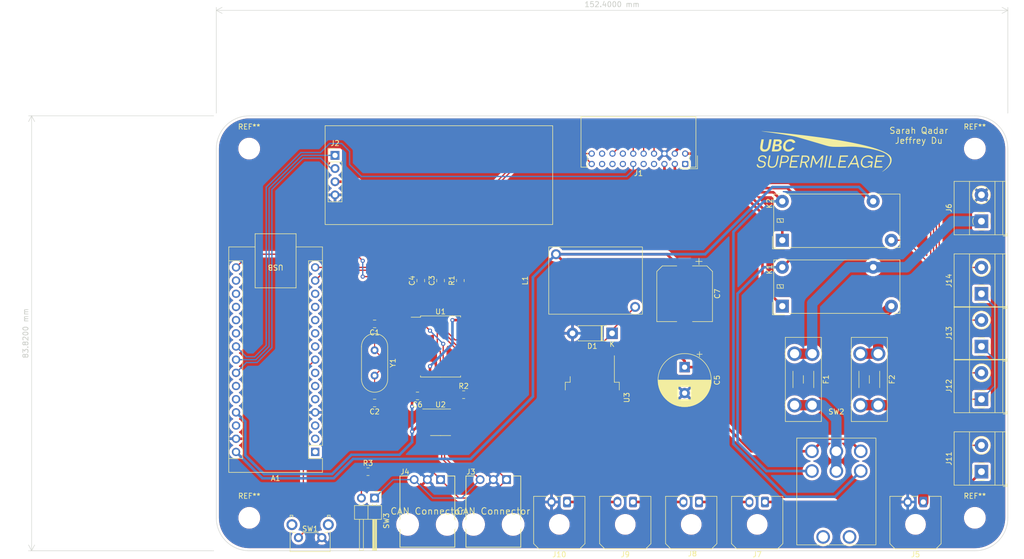
<source format=kicad_pcb>
(kicad_pcb (version 20211014) (generator pcbnew)
  (layers (0 "F.Cu" signal) (31 "B.Cu" signal) (34 "B.Paste" user) (35 "F.Paste" user) (36 "B.SilkS" user "B.Silkscreen") (37 "F.SilkS" user "F.Silkscreen") (38 "B.Mask" user) (39 "F.Mask" user) (44 "Edge.Cuts" user))
  (net 0 "")
  (net 4 "GND")
  (net 8 "Net-(A1-Pad8)")
  (net 12 "CAN_INT")
  (net 13 "CAN_CS")
  (net 14 "MOSI")
  (net 15 "MISO")
  (net 16 "SCK")
  (net 19 "bms11")
  (net 23 "Net-(A1-Pad23)")
  (net 26 "+5V")
  (net 28 "+12V")
  (net 29 "Buck_VIN")
  (net 30 "Net-(D1-Pad1)")
  (net 31 "+48V")
  (net 32 "Net-(A1-Pad24)")
  (net 33 "48V_In")
  (net 35 "bms2")
  (net 36 "bms3")
  (net 37 "bms4")
  (net 38 "bms5")
  (net 40 "bms8")
  (net 42 "bms10")
  (net 43 "bms12")
  (net 47 "bms16")
  (net 50 "CANL")
  (net 51 "CANH")
  (net 52 "Net-(R2-Pad1)")
  (net 53 "C+")
  (net 54 "C-")
  (net 55 "Charge_In")
  (net 56 "Net-(U1-Pad1)")
  (net 57 "Net-(U1-Pad2)")
  (net 64 "Net-(J7-Pad2)")
  (net 65 "Net-(R1-Pad2)")
  (net 66 "Net-(J11-Pad2)")
  (net 67 "Net-(J8-Pad2)")
  (net 71 "Net-(J10-Pad1)")
  (net 72 "Net-(R3-Pad1)")
  (net 73 "Charge")
  (net 74 "Net-(J11-Pad1)")
  (footprint "Connector_Molex:Molex_Micro-Fit_3.0_43650-0200_1x02_P3.00mm_Horizontal" (layer "F.Cu") (at 181.84 125.22 180)
    (fp_text reference "J7")
    (fp_text value "E-Stop")
  )
  (footprint "TerminalBlock_Phoenix:TerminalBlock_Phoenix_MKDS-1,5-2-5.08_1x02_P5.08mm_Horizontal" (layer "F.Cu") (at 223.52 71.12 90)
    (fp_text reference "J6")
    (fp_text value "Battery Connector")
  )
  (footprint "Connector_Molex:Molex_Micro-Fit_3.0_43650-0200_1x02_P3.00mm_Horizontal" (layer "F.Cu") (at 212.32 125.22 180)
    (fp_text reference "J5")
    (fp_text value "Charge Connector")
  )
  (footprint "Module:Arduino_Nano" (layer "F.Cu") (at 95.24 115.57 180)
    (fp_text reference "A1")
    (fp_text value "Arduino_Nano_Every")
  )
  (footprint "TerminalBlock_Phoenix:TerminalBlock_Phoenix_MKDS-1,5-2-5.08_1x02_P5.08mm_Horizontal" (layer "F.Cu") (at 223.52 85.095 90)
    (fp_text reference "J14")
    (fp_text value "Thermistor")
  )
  (footprint "MountingHole:MountingHole_3.2mm_M3" (layer "F.Cu") (at 222.25 128.268106)
    (fp_text reference "REF**")
    (fp_text value "MountingHole_3.2mm_M3")
  )
  (footprint "Capacitor_SMD:C_0805_2012Metric_Pad1.18x1.45mm_HandSolder" (layer "F.Cu") (at 106.68 90.895 180)
    (fp_text reference "C1")
    (fp_text value "C_Small")
  )
  (footprint "Fuse:Fuseholder_Blade_Mini_Keystone_3568" (layer "F.Cu") (at 190.93 96.64 -90)
    (fp_text reference "F1")
    (fp_text value "3A")
  )
  (footprint "Package_SO:SOIC-18W_7.5x11.6mm_P1.27mm" (layer "F.Cu") (at 119.38 95.25)
    (fp_text reference "U1")
    (fp_text value "MCP2515-xSO")
  )
  (footprint "Capacitor_THT:CP_Radial_D10.0mm_P5.00mm" (layer "F.Cu") (at 166.37 99.232323 -90)
    (fp_text reference "C5")
    (fp_text value "100uF")
  )
  (footprint "Connector_Molex:Molex_Micro-Fit_3.0_43650-0200_1x02_P3.00mm_Horizontal" (layer "F.Cu") (at 169.14 125.22 180)
    (fp_text reference "J8")
    (fp_text value "E-Stop")
  )
  (footprint "Resistor_SMD:R_0805_2012Metric_Pad1.20x1.40mm_HandSolder" (layer "F.Cu") (at 123.825 104.5425)
    (fp_text reference "R2")
    (fp_text value "10k")
  )
  (footprint "Connector_Molex:Molex_Micro-Fit_3.0_43650-0200_1x02_P3.00mm_Horizontal" (layer "F.Cu") (at 143.74 125.22 180)
    (fp_text reference "J10")
    (fp_text value "E-Stop")
  )
  (footprint "Relay_THT:Relay_1P1T_NO_10x24x18.8mm_Panasonic_ADW11xxxxW_THT" (layer "F.Cu") (at 185.1725 74.7775 90)
    (fp_text reference "K2")
    (fp_text value "Contactor_Relay")
  )
  (footprint "TerminalBlock_Phoenix:TerminalBlock_Phoenix_MKDS-1,5-2-5.08_1x02_P5.08mm_Horizontal" (layer "F.Cu") (at 223.52 105.41 90)
    (fp_text reference "J12")
    (fp_text value "Thermistor")
  )
  (footprint "Capacitor_SMD:C_0805_2012Metric_Pad1.18x1.45mm_HandSolder" (layer "F.Cu") (at 119.38 82.55 90)
    (fp_text reference "C3")
    (fp_text value "0.1uF")
  )
  (footprint "Diode_THT:D_DO-41_SOD81_P7.62mm_Horizontal" (layer "F.Cu") (at 152.4 92.71 180)
    (fp_text reference "D1")
    (fp_text value "D_Schottky")
  )
  (footprint "Connector_PinHeader_2.54mm:PinHeader_1x02_P2.54mm_Horizontal" (layer "F.Cu") (at 106.68 124.46 -90)
    (fp_text reference "SW3")
    (fp_text value "CAN_TERM")
  )
  (footprint "Connector_Molex:Molex_Micro-Fit_3.0_43650-0200_1x02_P3.00mm_Horizontal" (layer "F.Cu") (at 156.44 125.22 180)
    (fp_text reference "J9")
    (fp_text value "E-Stop")
  )
  (footprint "Crystal:Crystal_HC49-U_Vertical" (layer "F.Cu") (at 106.68 95.975 -90)
    (fp_text reference "Y1")
    (fp_text value "8MHz")
  )
  (footprint "Capacitor_SMD:CP_Elec_10x10.5" (layer "F.Cu") (at 166.37 85.09 -90)
    (fp_text reference "C7")
    (fp_text value "330uF")
  )
  (footprint "BMS_Custom_Footprints:molex-sl-1x03-horizontal" (layer "F.Cu") (at 116.84 127)
    (fp_text reference "J4")
    (fp_text value "CAN Connector")
  )
  (footprint "TerminalBlock_Phoenix:TerminalBlock_Phoenix_MKDS-1,5-2-5.08_1x02_P5.08mm_Horizontal" (layer "F.Cu") (at 223.52 119.38 90)
    (fp_text reference "J11")
    (fp_text value "Contactor Connector")
  )
  (footprint "BMS_Custom_Footprints:Toggle_Switch_M2022S2A2W30" (layer "F.Cu") (at 195.58 115.443)
    (fp_text reference "SW2")
    (fp_text value "SW_DPDT_x2")
  )
  (footprint "BMS_Custom_Footprints:molex-sl-1x03-horizontal" (layer "F.Cu") (at 129.54 127)
    (fp_text reference "J3")
    (fp_text value "CAN Connector")
  )
  (footprint "TerminalBlock_Phoenix:TerminalBlock_Phoenix_MKDS-1,5-2-5.08_1x02_P5.08mm_Horizontal" (layer "F.Cu") (at 223.52 95.25 90)
    (fp_text reference "J13")
    (fp_text value "Thermistor")
  )
  (footprint "Package_SO:SOIC-8_3.9x4.9mm_P1.27mm" (layer "F.Cu") (at 119.38 109.855)
    (fp_text reference "U2")
    (fp_text value "MCP2551-I-SN")
  )
  (footprint "BMS_Custom_Footprints:OLED_Header" (layer "F.Cu") (at 99.06 58.42)
    (fp_text reference "J2")
    (fp_text value "OLED Header")
  )
  (footprint "Resistor_SMD:R_0805_2012Metric_Pad1.20x1.40mm_HandSolder" (layer "F.Cu") (at 105.41 119.38)
    (fp_text reference "R3")
    (fp_text value "120")
  )
  (footprint "Connector_JST:JST_PHD_S20B-PHDSS_2x10_P2.00mm_Horizontal" (layer "F.Cu") (at 166.48 60.08 180)
    (fp_text reference "J1")
    (fp_text value "BMS IO")
  )
  (footprint "Resistor_SMD:R_0805_2012Metric_Pad1.20x1.40mm_HandSolder" (layer "F.Cu") (at 123.19 82.55 90)
    (fp_text reference "R1")
    (fp_text value "10k")
  )
  (footprint "BMS_Custom_Footprints:PE-552647NL" (layer "F.Cu") (at 148.59 82.55 90)
    (fp_text reference "L1")
    (fp_text value "330uH")
  )
  (footprint "Button_Switch_THT:SW_Tactile_SPST_Angled_PTS645Vx31-2LFS" (layer "F.Cu") (at 96.52 132.08 180)
    (fp_text reference "SW1")
    (fp_text value "SW_SPST")
  )
  (footprint "MountingHole:MountingHole_3.2mm_M3" (layer "F.Cu") (at 222.25 57.118674)
    (fp_text reference "REF**")
    (fp_text value "MountingHole_3.2mm_M3")
  )
  (footprint "MountingHole:MountingHole_3.2mm_M3" (layer "F.Cu") (at 82.533637 57.118674)
    (fp_text reference "REF**")
    (fp_text value "MountingHole_3.2mm_M3")
  )
  (footprint "Capacitor_SMD:C_0805_2012Metric_Pad1.18x1.45mm_HandSolder" (layer "F.Cu") (at 115.57 82.55 90)
    (fp_text reference "C4")
    (fp_text value "10uF")
  )
  (footprint "LOGO" (layer "F.Cu") (at 193.04 58.42)
    (fp_text reference "G***")
    (fp_text value "LOGO" hide)
  )
  (footprint "Relay_THT:Relay_1P1T_NO_10x24x18.8mm_Panasonic_ADW11xxxxW_THT" (layer "F.Cu") (at 185.1725 87.4775 90)
    (fp_text reference "K1")
    (fp_text value "Charge_Relay")
  )
  (footprint "Capacitor_SMD:C_0805_2012Metric_Pad1.18x1.45mm_HandSolder" (layer "F.Cu") (at 114.935 104.775 180)
    (fp_text reference "C6")
    (fp_text value "0.1uF")
  )
  (footprint "MountingHole:MountingHole_3.2mm_M3" (layer "F.Cu") (at 82.55 128.27)
    (fp_text reference "REF**")
    (fp_text value "MountingHole_3.2mm_M3")
  )
  (footprint "Fuse:Fuseholder_Blade_Mini_Keystone_3568" (layer "F.Cu") (at 203.63 96.64 -90)
    (fp_text reference "F2")
    (fp_text value "7A")
  )
  (footprint "Capacitor_SMD:C_0805_2012Metric_Pad1.18x1.45mm_HandSolder" (layer "F.Cu") (at 106.68 106.135 180)
    (fp_text reference "C2")
    (fp_text value "C_Small")
  )
  (footprint "Package_TO_SOT_SMD:TO-263-5_TabPin3" (layer "F.Cu") (at 148.59 105.095 -90)
    (fp_text reference "U3")
    (fp_text value "LM2575HVS-12/NOPB")
  )
  (gr_line (start 76.2 57.15) (end 76.2 128.27) (layer "Edge.Cuts") (width 0.1))
  (gr_arc (start 76.2 57.15) (mid 78.059872 52.659872) (end 82.55 50.8) (layer "Edge.Cuts") (width 0.1))
  (gr_arc (start 228.6 128.27) (mid 226.740128 132.760128) (end 222.25 134.62) (layer "Edge.Cuts") (width 0.1))
  (gr_line (start 222.25 50.8) (end 82.55 50.8) (layer "Edge.Cuts") (width 0.1))
  (gr_arc (start 222.25 50.8) (mid 226.740128 52.659872) (end 228.6 57.15) (layer "Edge.Cuts") (width 0.1))
  (gr_line (start 82.55 134.62) (end 222.25 134.62) (layer "Edge.Cuts") (width 0.1))
  (gr_arc (start 82.55 134.62) (mid 78.059872 132.760128) (end 76.2 128.27) (layer "Edge.Cuts") (width 0.1))
  (gr_line (start 228.6 128.27) (end 228.6 57.15) (layer "Edge.Cuts") (width 0.1))
  (gr_text "Sarah Qadar\nJeffrey Du" (at 211.455 54.61) (layer "F.SilkS") (effects (font (size 1.2 1.2))))
  (dimension (type aligned) (layer "Edge.Cuts") (pts (xy 76.2 50.8) (xy 228.6 50.8)) (height -20.32) (gr_text "152.4000 mm" (at 152.4 29.33) (layer "Edge.Cuts") (effects (font (size 1 1) (thickness 0.15)))) (format (units 3) (units_format 1) (precision 4)) (style (thickness 0.1) (arrow_length 1.27) (text_position_mode 0) (extension_height 0.58642) (extension_offset 0.5) keep_text_aligned))
  (dimension (type aligned) (layer "Edge.Cuts") (pts (xy 76.2 50.8) (xy 76.2 134.62)) (height 35.559999) (gr_text "83.8200 mm" (at 39.490001 92.71 90) (layer "Edge.Cuts") (effects (font (size 1 1) (thickness 0.15)))) (format (units 3) (units_format 1) (precision 4)) (style (thickness 0.1) (arrow_length 1.27) (text_position_mode 0) (extension_height 0.58642) (extension_offset 0.5) keep_text_aligned))
  (segment (start 115.57 81.5125) (end 119.38 81.5125) (width 0.5) (layer "F.Cu") (net 4))
  (segment (start 92.02 132.08) (end 92.964 131.136) (width 0.25) (layer "F.Cu") (net 8))
  (segment (start 92.964 131.136) (end 92.964 100.066) (width 0.25) (layer "F.Cu") (net 8))
  (segment (start 92.964 100.066) (end 95.24 97.79) (width 0.25) (layer "F.Cu") (net 8))
  (segment (start 97.23 80.56) (end 105.690182 80.56) (width 0.25) (layer "F.Cu") (net 14))
  (segment (start 95.24 82.55) (end 97.23 80.56) (width 0.25) (layer "F.Cu") (net 14))
  (segment (start 119.846 92.429817) (end 122.666182 95.25) (width 0.25) (layer "F.Cu") (net 14))
  (segment (start 111.532182 86.402) (end 117.628182 86.402) (width 0.25) (layer "F.Cu") (net 14))
  (segment (start 105.690182 80.56) (end 111.532182 86.402) (width 0.25) (layer "F.Cu") (net 14))
  (segment (start 122.666182 95.25) (end 124.03 95.25) (width 0.25) (layer "F.Cu") (net 14))
  (segment (start 119.846 88.619818) (end 119.846 92.429817) (width 0.25) (layer "F.Cu") (net 14))
  (segment (start 117.628182 86.402) (end 119.846 88.619818) (width 0.25) (layer "F.Cu") (net 14))
  (segment (start 117.856 85.852) (end 111.76 85.852) (width 0.25) (layer "F.Cu") (net 15))
  (segment (start 120.396 92.202) (end 120.396 88.392) (width 0.25) (layer "F.Cu") (net 15))
  (segment (start 111.76 85.852) (end 105.918 80.01) (width 0.25) (layer "F.Cu") (net 15))
  (segment (start 122.174 93.98) (end 120.396 92.202) (width 0.25) (layer "F.Cu") (net 15))
  (segment (start 120.396 88.392) (end 117.856 85.852) (width 0.25) (layer "F.Cu") (net 15))
  (segment (start 124.03 93.98) (end 122.174 93.98) (width 0.25) (layer "F.Cu") (net 15))
  (segment (start 105.918 80.01) (end 95.24 80.01) (width 0.25) (layer "F.Cu") (net 15))
  (segment (start 119.296 92.657634) (end 119.296 88.847636) (width 0.25) (layer "F.Cu") (net 16))
  (segment (start 111.304364 86.952) (end 106.140364 81.788) (width 0.25) (layer "F.Cu") (net 16))
  (segment (start 117.400364 86.952) (end 111.304364 86.952) (width 0.25) (layer "F.Cu") (net 16))
  (segment (start 123.158365 96.52) (end 119.296 92.657634) (width 0.25) (layer "F.Cu") (net 16))
  (segment (start 106.140364 81.788) (end 104.394 81.788) (width 0.25) (layer "F.Cu") (net 16))
  (segment (start 80 80.01) (end 82.54 77.47) (width 0.25) (layer "F.Cu") (net 16))
  (segment (start 119.296 88.847636) (end 117.400364 86.952) (width 0.25) (layer "F.Cu") (net 16))
  (segment (start 82.54 77.47) (end 103.124 77.47) (width 0.25) (layer "F.Cu") (net 16))
  (segment (start 124.03 96.52) (end 123.158365 96.52) (width 0.25) (layer "F.Cu") (net 16))
  (segment (start 103.124 77.47) (end 104.394 78.74) (width 0.25) (layer "F.Cu") (net 16))
  (via (at 104.394 78.74) (size 0.8) (drill 0.4) (layers "F.Cu" "B.Cu") (net 16))
  (via (at 104.394 81.788) (size 0.8) (drill 0.4) (layers "F.Cu" "B.Cu") (net 16))
  (segment (start 104.394 78.74) (end 104.394 81.788) (width 0.25) (layer "B.Cu") (net 16))
  (segment (start 85.81 64.542183) (end 85.81 92.498) (width 0.25) (layer "B.Cu") (net 19))
  (segment (start 81.99 97.24) (end 83.592182 97.24) (width 0.25) (layer "B.Cu") (net 19))
  (segment (start 100.33 56.134) (end 98.002 56.134) (width 0.25) (layer "B.Cu") (net 19))
  (segment (start 101.854 60.198) (end 101.854 57.658) (width 0.25) (layer "B.Cu") (net 19))
  (segment (start 101.854 57.658) (end 100.33 56.134) (width 0.25) (layer "B.Cu") (net 19))
  (segment (start 155.194 62.484) (end 104.14 62.484) (width 0.25) (layer "B.Cu") (net 19))
  (segment (start 156.48 61.198) (end 155.194 62.484) (width 0.25) (layer "B.Cu") (net 19))
  (segment (start 80 95.25) (end 81.99 97.24) (width 0.25) (layer "B.Cu") (net 19))
  (segment (start 85.81 95.022182) (end 85.81 92.498) (width 0.25) (layer "B.Cu") (net 19))
  (segment (start 92.482182 57.87) (end 85.81 64.542183) (width 0.25) (layer "B.Cu") (net 19))
  (segment (start 104.14 62.484) (end 101.854 60.198) (width 0.25) (layer "B.Cu") (net 19))
  (segment (start 98.002 56.134) (end 96.266 57.87) (width 0.25) (layer "B.Cu") (net 19))
  (segment (start 96.266 57.87) (end 92.482182 57.87) (width 0.25) (layer "B.Cu") (net 19))
  (segment (start 85.81 92.498) (end 85.81 93.768) (width 0.25) (layer "B.Cu") (net 19))
  (segment (start 156.48 60.08) (end 156.48 61.198) (width 0.25) (layer "B.Cu") (net 19))
  (segment (start 83.592182 97.24) (end 85.81 95.022182) (width 0.25) (layer "B.Cu") (net 19))
  (segment (start 92.71 58.42) (end 86.36 64.77) (width 0.25) (layer "B.Cu") (net 23))
  (segment (start 99.06 58.42) (end 92.71 58.42) (width 0.25) (layer "B.Cu") (net 23))
  (segment (start 86.36 95.25) (end 83.82 97.79) (width 0.25) (layer "B.Cu") (net 23))
  (segment (start 83.82 97.79) (end 80 97.79) (width 0.25) (layer "B.Cu") (net 23))
  (segment (start 86.36 64.77) (end 86.36 95.25) (width 0.25) (layer "B.Cu") (net 23))
  (segment (start 115.062 110.49) (end 113.8975 111.6545) (width 0.5) (layer "F.Cu") (net 26))
  (segment (start 115.57 83.5875) (end 112.7975 83.5875) (width 0.5) (layer "F.Cu") (net 26))
  (segment (start 112.7975 83.5875) (end 107.95 78.74) (width 0.5) (layer "F.Cu") (net 26))
  (segment (start 124.03 90.17) (end 121.666 90.17) (width 0.5) (layer "F.Cu") (net 26))
  (segment (start 116.905 110.49) (end 115.062 110.49) (width 0.5) (layer "F.Cu") (net 26))
  (segment (start 117.348 100.838) (end 117.348 99.06) (width 0.5) (layer "F.Cu") (net 26))
  (segment (start 107.95 68.072) (end 107.95 78.74) (width 0.5) (layer "F.Cu") (net 26))
  (segment (start 113.8975 104.2885) (end 117.348 100.838) (width 0.5) (layer "F.Cu") (net 26))
  (segment (start 115.57 83.5875) (end 119.38 83.5875) (width 0.5) (layer "F.Cu") (net 26))
  (segment (start 123.1525 83.5875) (end 123.19 83.55) (width 0.5) (layer "F.Cu") (net 26))
  (segment (start 125.46 83.55) (end 127 85.09) (width 0.5) (layer "F.Cu") (net 26))
  (segment (start 125.73 90.17) (end 127 88.9) (width 0.5) (layer "F.Cu") (net 26))
  (segment (start 124.03 90.17) (end 125.73 90.17) (width 0.5) (layer "F.Cu") (net 26))
  (segment (start 119.38 83.5875) (end 123.1525 83.5875) (width 0.5) (layer "F.Cu") (net 26))
  (segment (start 123.19 83.55) (end 125.46 83.55) (width 0.5) (layer "F.Cu") (net 26))
  (segment (start 99.06 63.5) (end 103.378 63.5) (width 0.5) (layer "F.Cu") (net 26))
  (segment (start 113.8975 104.775) (end 113.8975 106.8285) (width 0.5) (layer "F.Cu") (net 26))
  (segment (start 103.378 63.5) (end 107.95 68.072) (width 0.5) (layer "F.Cu") (net 26))
  (segment (start 127 88.9) (end 127 85.09) (width 0.5) (layer "F.Cu") (net 26))
  (segment (start 113.8975 104.775) (end 113.8975 104.2885) (width 0.5) (layer "F.Cu") (net 26))
  (via (at 121.666 90.17) (size 0.8) (drill 0.4) (layers "F.Cu" "B.Cu") (net 26))
  (via (at 117.348 99.06) (size 0.8) (drill 0.4) (layers "F.Cu" "B.Cu") (net 26))
  (via (at 113.8975 111.6545) (size 0.8) (drill 0.4) (layers "F.Cu" "B.Cu") (net 26))
  (via (at 113.8975 106.8285) (size 0.8) (drill 0.4) (layers "F.Cu" "B.Cu") (net 26))
  (segment (start 121.666 94.742) (end 117.348 99.06) (width 0.5) (layer "B.Cu") (net 26))
  (segment (start 80 107.95) (end 81.788 109.738) (width 0.5) (layer "B.Cu") (net 26))
  (segment (start 111.464 116.12) (end 102.20463 116.12) (width 0.5) (layer "B.Cu") (net 26))
  (segment (start 113.8975 106.8285) (end 113.8975 111.6545) (width 0.5) (layer "B.Cu") (net 26))
  (segment (start 113.8975 111.6545) (end 113.8975 113.6865) (width 0.5) (layer "B.Cu") (net 26))
  (segment (start 121.666 90.17) (end 121.666 94.742) (width 0.5) (layer "B.Cu") (net 26))
  (segment (start 98.494315 119.830315) (end 102.20463 116.12) (width 0.5) (layer "B.Cu") (net 26))
  (segment (start 81.788 109.738) (end 81.788 116.22663) (width 0.5) (layer "B.Cu") (net 26))
  (segment (start 85.391685 119.830315) (end 98.494315 119.830315) (width 0.5) (layer "B.Cu") (net 26))
  (segment (start 113.8975 113.6865) (end 111.464 116.12) (width 0.5) (layer "B.Cu") (net 26))
  (segment (start 81.788 116.22663) (end 85.391685 119.830315) (width 0.5) (layer "B.Cu") (net 26))
  (segment (start 141.605 77.47) (end 162.95 77.47) (width 0.5) (layer "F.Cu") (net 28))
  (segment (start 146.89 82.755) (end 141.605 77.47) (width 0.5) (layer "F.Cu") (net 28))
  (segment (start 162.95 77.47) (end 166.37 80.89) (width 0.5) (layer "F.Cu") (net 28))
  (segment (start 146.89 99.32) (end 146.89 82.755) (width 0.5) (layer "F.Cu") (net 28))
  (segment (start 80 115.57) (end 85.08 120.65) (width 0.5) (layer "B.Cu") (net 28))
  (segment (start 183.272629 64.516) (end 170.31863 77.47) (width 0.5) (layer "B.Cu") (net 28))
  (segment (start 102.536 116.92) (end 125.142 116.92) (width 0.5) (layer "B.Cu") (net 28))
  (segment (start 98.806 120.65) (end 102.536 116.92) (width 0.5) (layer "B.Cu") (net 28))
  (segment (start 137.16 81.915) (end 141.605 77.47) (width 0.5) (layer "B.Cu") (net 28))
  (segment (start 202.6725 67.2775) (end 199.911 64.516) (width 0.5) (layer "B.Cu") (net 28))
  (segment (start 170.31863 77.47) (end 141.605 77.47) (width 0.5) (layer "B.Cu") (net 28))
  (segment (start 137.16 104.902) (end 137.16 81.915) (width 0.5) (layer "B.Cu") (net 28))
  (segment (start 199.911 64.516) (end 183.272629 64.516) (width 0.5) (layer "B.Cu") (net 28))
  (segment (start 125.142 116.92) (end 137.16 104.902) (width 0.5) (layer "B.Cu") (net 28))
  (segment (start 85.08 120.65) (end 98.806 120.65) (width 0.5) (layer "B.Cu") (net 28))
  (segment (start 193.294 113.03) (end 197.866 113.03) (width 0.5) (layer "F.Cu") (net 29))
  (segment (start 173.482 109.728) (end 179.197 115.443) (width 0.5) (layer "F.Cu") (net 29))
  (segment (start 151.99 96.93) (end 153.924 94.996) (width 0.5) (layer "F.Cu") (net 29))
  (segment (start 169.336323 99.232323) (end 173.482 103.378) (width 0.5) (layer "F.Cu") (net 29))
  (segment (start 163.322 94.996) (end 166.37 98.044) (width 0.5) (layer "F.Cu") (net 29))
  (segment (start 179.197 115.443) (end 190.881 115.443) (width 0.5) (layer "F.Cu") (net 29))
  (segment (start 173.482 103.378) (end 173.482 109.728) (width 0.5) (layer "F.Cu") (net 29))
  (segment (start 197.866 113.03) (end 200.279 115.443) (width 0.5) (layer "F.Cu") (net 29))
  (segment (start 166.37 98.044) (end 166.37 99.232323) (width 0.5) (layer "F.Cu") (net 29))
  (segment (start 153.924 94.996) (end 163.322 94.996) (width 0.5) (layer "F.Cu") (net 29))
  (segment (start 166.37 99.232323) (end 169.336323 99.232323) (width 0.5) (layer "F.Cu") (net 29))
  (segment (start 190.881 115.443) (end 193.294 113.03) (width 0.5) (layer "F.Cu") (net 29))
  (segment (start 151.99 99.32) (end 151.99 96.93) (width 0.5) (layer "F.Cu") (net 29))
  (segment (start 150.29 94.82) (end 152.4 92.71) (width 0.25) (layer "F.Cu") (net 30))
  (segment (start 150.29 99.32) (end 150.29 94.82) (width 0.25) (layer "F.Cu") (net 30))
  (segment (start 156.845 87.63) (end 152.4 92.075) (width 0.25) (layer "F.Cu") (net 30))
  (segment (start 152.4 92.075) (end 152.4 92.71) (width 0.25) (layer "F.Cu") (net 30))
  (segment (start 187.53 96.64) (end 190.93 96.64) (width 2) (layer "F.Cu") (net 31))
  (segment (start 209.0745 79.9775) (end 202.6725 79.9775) (width 2) (layer "B.Cu") (net 31))
  (segment (start 190.93 86.946) (end 197.8985 79.9775) (width 2) (layer "B.Cu") (net 31))
  (segment (start 217.932 71.12) (end 209.0745 79.9775) (width 2) (layer "B.Cu") (net 31))
  (segment (start 190.93 96.64) (end 190.93 86.946) (width 2) (layer "B.Cu") (net 31))
  (segment (start 197.8985 79.9775) (end 202.6725 79.9775) (width 2) (layer "B.Cu") (net 31))
  (segment (start 223.52 71.12) (end 217.932 71.12) (width 2) (layer "B.Cu") (net 31))
  (segment (start 98.298 60.96) (end 96.308 58.97) (width 0.25) (layer "B.Cu") (net 32))
  (segment (start 80 100.33) (end 81.99 98.34) (width 0.25) (layer "B.Cu") (net 32))
  (segment (start 99.06 60.96) (end 98.298 60.96) (width 0.25) (layer "B.Cu") (net 32))
  (segment (start 86.91 64.997818) (end 86.91 95.477817) (width 0.25) (layer "B.Cu") (net 32))
  (segment (start 92.937818 58.97) (end 86.91 64.997818) (width 0.25) (layer "B.Cu") (net 32))
  (segment (start 81.99 98.34) (end 84.047818 98.34) (width 0.25) (layer "B.Cu") (net 32))
  (segment (start 84.047818 98.34) (end 86.91 95.477818) (width 0.25) (layer "B.Cu") (net 32))
  (segment (start 96.308 58.97) (end 92.937818 58.97) (width 0.25) (layer "B.Cu") (net 32))
  (segment (start 187.53 106.56) (end 190.93 106.56) (width 2) (layer "F.Cu") (net 33))
  (segment (start 195.58 109.22) (end 195.58 115.443) (width 2) (layer "B.Cu") (net 33))
  (segment (start 195.58 115.443) (end 195.58 119.253) (width 2) (layer "B.Cu") (net 33))
  (segment (start 190.93 106.56) (end 192.92 106.56) (width 2) (layer "B.Cu") (net 33))
  (segment (start 192.92 106.56) (end 195.58 109.22) (width 2) (layer "B.Cu") (net 33))
  (segment (start 171.158 60.922) (end 174.82937 60.922) (width 0.5) (layer "F.Cu") (net 35))
  (segment (start 183.427 65.532) (end 185.1725 67.2775) (width 0.5) (layer "F.Cu") (net 35))
  (segment (start 168.316 58.08) (end 171.158 60.922) (width 0.5) (layer "F.Cu") (net 35))
  (segment (start 174.82937 60.922) (end 179.43937 65.532) (width 0.5) (layer "F.Cu") (net 35))
  (segment (start 179.43937 65.532) (end 183.427 65.532) (width 0.5) (layer "F.Cu") (net 35))
  (segment (start 166.48 58.08) (end 168.316 58.08) (width 0.5) (layer "F.Cu") (net 35))
  (segment (start 175.768 114.046) (end 175.768 73.152) (width 0.5) (layer "B.Cu") (net 35))
  (segment (start 185.928 124.206) (end 175.768 114.046) (width 0.5) (layer "B.Cu") (net 35))
  (segment (start 200.279 119.253) (end 195.326 124.206) (width 0.5) (layer "B.Cu") (net 35))
  (segment (start 181.6425 67.2775) (end 185.1725 67.2775) (width 0.5) (layer "B.Cu") (net 35))
  (segment (start 175.768 73.152) (end 181.6425 67.2775) (width 0.5) (layer "B.Cu") (net 35))
  (segment (start 195.326 124.206) (end 185.928 124.206) (width 0.5) (layer "B.Cu") (net 35))
  (segment (start 164.48 60.08) (end 164.48 61.102) (width 0.5) (layer "F.Cu") (net 36))
  (segment (start 185.1725 72.3965) (end 185.1725 74.7775) (width 0.5) (layer "F.Cu") (net 36))
  (segment (start 164.48 61.102) (end 165.1 61.722) (width 0.5) (layer "F.Cu") (net 36))
  (segment (start 174.498 61.722) (end 185.1725 72.3965) (width 0.5) (layer "F.Cu") (net 36))
  (segment (start 165.1 61.722) (end 174.498 61.722) (width 0.5) (layer "F.Cu") (net 36))
  (segment (start 175.16074 60.122) (end 171.48937 60.122) (width 0.5) (layer "F.Cu") (net 37))
  (segment (start 168.00937 56.642) (end 165.608 56.642) (width 0.5) (layer "F.Cu") (net 37))
  (segment (start 189.484 68.072) (end 186.144 64.732) (width 0.5) (layer "F.Cu") (net 37))
  (segment (start 164.48 57.77) (end 164.48 58.08) (width 0.5) (layer "F.Cu") (net 37))
  (segment (start 189.484 75.666) (end 189.484 68.072) (width 0.5) (layer "F.Cu") (net 37))
  (segment (start 185.1725 79.9775) (end 189.484 75.666) (width 0.5) (layer "F.Cu") (net 37))
  (segment (start 186.144 64.732) (end 179.77074 64.732) (width 0.5) (layer "F.Cu") (net 37))
  (segment (start 165.608 56.642) (end 164.48 57.77) (width 0.5) (layer "F.Cu") (net 37))
  (segment (start 171.48937 60.122) (end 168.00937 56.642) (width 0.5) (layer "F.Cu") (net 37))
  (segment (start 179.77074 64.732) (end 175.16074 60.122) (width 0.5) (layer "F.Cu") (net 37))
  (segment (start 190.881 119.253) (end 182.10637 119.253) (width 0.5) (layer "B.Cu") (net 37))
  (segment (start 182.10637 119.253) (end 176.568 113.71463) (width 0.5) (layer "B.Cu") (net 37))
  (segment (start 181.6425 79.9775) (end 185.1725 79.9775) (width 0.5) (layer "B.Cu") (net 37))
  (segment (start 176.568 113.71463) (end 176.568 85.052) (width 0.5) (layer "B.Cu") (net 37))
  (segment (start 176.568 85.052) (end 181.6425 79.9775) (width 0.5) (layer "B.Cu") (net 37))
  (segment (start 162.48 60.08) (end 162.48 61.134) (width 0.5) (layer "F.Cu") (net 38))
  (segment (start 181.356 83.661) (end 185.1725 87.4775) (width 0.5) (layer "F.Cu") (net 38))
  (segment (start 174.16663 62.522) (end 181.356 69.71137) (width 0.5) (layer "F.Cu") (net 38))
  (segment (start 163.868 62.522) (end 174.16663 62.522) (width 0.5) (layer "F.Cu") (net 38))
  (segment (start 162.48 61.134) (end 163.868 62.522) (width 0.5) (layer "F.Cu") (net 38))
  (segment (start 181.356 69.71137) (end 181.356 83.661) (width 0.5) (layer "F.Cu") (net 38))
  (segment (start 160.48 56.562) (end 162.56 54.482) (width 0.25) (layer "F.Cu") (net 40))
  (segment (start 213.742 59.357454) (end 213.742 100.966) (width 0.25) (layer "F.Cu") (net 40))
  (segment (start 160.48 58.08) (end 160.48 56.562) (width 0.25) (layer "F.Cu") (net 40))
  (segment (start 218.186 105.41) (end 223.52 105.41) (width 0.25) (layer "F.Cu") (net 40))
  (segment (start 208.866546 54.482) (end 213.742 59.357454) (width 0.25) (layer "F.Cu") (net 40))
  (segment (start 213.742 100.966) (end 218.186 105.41) (width 0.25) (layer "F.Cu") (net 40))
  (segment (start 162.56 54.482) (end 208.866546 54.482) (width 0.25) (layer "F.Cu") (net 40))
  (segment (start 226.06 97.79) (end 226.06 87.635) (width 0.25) (layer "B.Cu") (net 40))
  (segment (start 223.52 105.41) (end 226.06 102.87) (width 0.25) (layer "B.Cu") (net 40))
  (segment (start 226.06 102.87) (end 226.06 97.79) (width 0.25) (layer "B.Cu") (net 40))
  (segment (start 226.06 87.635) (end 223.52 85.095) (width 0.25) (layer "B.Cu") (net 40))
  (segment (start 223.52 95.25) (end 226.06 97.79) (width 0.25) (layer "B.Cu") (net 40))
  (segment (start 214.292 96.436) (end 218.186 100.33) (width 0.25) (layer "F.Cu") (net 42))
  (segment (start 158.48 58.08) (end 158.48 56.234) (width 0.25) (layer "F.Cu") (net 42))
  (segment (start 214.292 59.129636) (end 214.292 96.436) (width 0.25) (layer "F.Cu") (net 42))
  (segment (start 209.094364 53.932) (end 214.292 59.129636) (width 0.25) (layer "F.Cu") (net 42))
  (segment (start 218.186 100.33) (end 223.52 100.33) (width 0.25) (layer "F.Cu") (net 42))
  (segment (start 158.48 56.234) (end 160.782 53.932) (width 0.25) (layer "F.Cu") (net 42))
  (segment (start 160.782 53.932) (end 209.094364 53.932) (width 0.25) (layer "F.Cu") (net 42))
  (segment (start 156.48 55.906) (end 159.004 53.382) (width 0.25) (layer "F.Cu") (net 43))
  (segment (start 214.842 86.826) (end 218.186 90.17) (width 0.25) (layer "F.Cu") (net 43))
  (segment (start 218.186 90.17) (end 223.52 90.17) (width 0.25) (layer "F.Cu") (net 43))
  (segment (start 156.48 58.08) (end 156.48 55.906) (width 0.25) (layer "F.Cu") (net 43))
  (segment (start 214.842 58.901818) (end 214.842 86.826) (width 0.25) (layer "F.Cu") (net 43))
  (segment (start 159.004 53.382) (end 209.322182 53.382) (width 0.25) (layer "F.Cu") (net 43))
  (segment (start 209.322182 53.382) (end 214.842 58.901818) (width 0.25) (layer "F.Cu") (net 43))
  (segment (start 215.392 77.216) (end 218.191 80.015) (width 0.25) (layer "F.Cu") (net 47))
  (segment (start 152.48 58.08) (end 157.728 52.832) (width 0.25) (layer "F.Cu") (net 47))
  (segment (start 157.728 52.832) (end 209.55 52.832) (width 0.25) (layer "F.Cu") (net 47))
  (segment (start 218.191 80.015) (end 223.52 80.015) (width 0.25) (layer "F.Cu") (net 47))
  (segment (start 215.392 58.674) (end 215.392 77.216) (width 0.25) (layer "F.Cu") (net 47))
  (segment (start 209.55 52.832) (end 215.392 58.674) (width 0.25) (layer "F.Cu") (net 47))
  (segment (start 130.344 64.108818) (end 135.822818 58.63) (width 0.25) (layer "F.Cu") (net 50))
  (segment (start 128.525 124.46) (end 132.08 120.905) (width 0.25) (layer "F.Cu") (net 50))
  (segment (start 123.205818 110.49) (end 130.344 103.351817) (width 0.25) (layer "F.Cu") (net 50))
  (segment (start 147.03 58.63) (end 148.48 60.08) (width 0.25) (layer "F.Cu") (net 50))
  (segment (start 135.822818 58.63) (end 147.03 58.63) (width 0.25) (layer "F.Cu") (net 50))
  (segment (start 122.935 124.46) (end 128.525 124.46) (width 0.25) (layer "F.Cu") (net 50))
  (segment (start 119.38 120.904) (end 119.38 120.905) (width 0.25) (layer "F.Cu") (net 50))
  (segment (start 117.855 119.38) (end 119.38 120.905) (width 0.25) (layer "F.Cu") (net 50))
  (segment (start 120.142 111.252) (end 120.904 110.49) (width 0.25) (layer "F.Cu") (net 50))
  (segment (start 132.08 120.905) (end 129.497 118.322) (width 0.25) (layer "F.Cu") (net 50))
  (segment (start 106.41 119.38) (end 117.855 119.38) (width 0.25) (layer "F.Cu") (net 50))
  (segment (start 130.344 103.351817) (end 130.344 64.108818) (width 0.25) (layer "F.Cu") (net 50))
  (segment (start 119.38 120.905) (end 122.935 124.46) (width 0.25) (layer "F.Cu") (net 50))
  (segment (start 121.855 110.49) (end 123.205818 110.49) (width 0.25) (layer "F.Cu") (net 50))
  (segment (start 129.497 118.322) (end 121.878 118.322) (width 0.25) (layer "F.Cu") (net 50))
  (segment (start 120.142 116.586) (end 120.142 111.252) (width 0.25) (layer "F.Cu") (net 50))
  (segment (start 121.878 118.322) (end 120.142 116.586) (width 0.25) (layer "F.Cu") (net 50))
  (segment (start 120.904 110.49) (end 121.855 110.49) (width 0.25) (layer "F.Cu") (net 50))
  (segment (start 135.595 58.08) (end 148.48 58.08) (width 0.25) (layer "F.Cu") (net 51))
  (segment (start 127 120.905) (end 124.967 118.872) (width 0.25) (layer "F.Cu") (net 51))
  (segment (start 124.967 118.872) (end 121.650182 118.872) (width 0.25) (layer "F.Cu") (net 51))
  (segment (start 129.794 63.881) (end 135.595 58.08) (width 0.25) (layer "F.Cu") (net 51))
  (segment (start 121.855 109.22) (end 123.698 109.22) (width 0.25) (layer "F.Cu") (net 51))
  (segment (start 119.592 110.532) (end 120.904 109.22) (width 0.25) (layer "F.Cu") (net 51))
  (segment (start 121.650182 118.872) (end 119.592 116.813817) (width 0.25) (layer "F.Cu") (net 51))
  (segment (start 123.698 109.22) (end 129.794 103.124) (width 0.25) (layer "F.Cu") (net 51))
  (segment (start 119.592 116.813817) (end 119.592 110.532) (width 0.25) (layer "F.Cu") (net 51))
  (segment (start 120.904 109.22) (end 121.855 109.22) (width 0.25) (layer "F.Cu") (net 51))
  (segment (start 129.794 103.124) (end 129.794 63.881) (width 0.25) (layer "F.Cu") (net 51))
  (segment (start 123.445 124.46) (end 127 120.905) (width 0.25) (layer "B.Cu") (net 51))
  (segment (start 117.855 124.46) (end 123.445 124.46) (width 0.25) (layer "B.Cu") (net 51))
  (segment (start 110.235 120.905) (end 106.68 124.46) (width 0.25) (layer "B.Cu") (net 51))
  (segment (start 114.3 120.905) (end 110.235 120.905) (width 0.25) (layer "B.Cu") (net 51))
  (segment (start 114.3 120.905) (end 117.855 124.46) (width 0.25) (layer "B.Cu") (net 51))
  (segment (start 121.855 107.95) (end 122.825 106.98) (width 0.25) (layer "F.Cu") (net 52))
  (segment (start 122.825 106.98) (end 122.825 104.5425) (width 0.25) (layer "F.Cu") (net 52))
  (segment (start 106.68 91.9325) (end 105.6425 90.895) (width 0.2) (layer "F.Cu") (net 53))
  (segment (start 114.73 97.79) (end 113.582 97.79) (width 0.2) (layer "F.Cu") (net 53))
  (segment (start 113.582 97.79) (end 113.157 98.215) (width 0.2) (layer "F.Cu") (net 53))
  (segment (start 106.68 95.975) (end 106.68 91.9325) (width 0.2) (layer "F.Cu") (net 53))
  (segment (start 106.68 95.975) (end 108.92 98.215) (width 0.2) (layer "F.Cu") (net 53))
  (segment (start 108.92 98.215) (end 113.157 98.215) (width 0.2) (layer "F.Cu") (net 53))
  (segment (start 106.68 105.0975) (end 105.6425 106.135) (width 0.2) (layer "F.Cu") (net 54))
  (segment (start 114.73 99.06) (end 113.602 99.06) (width 0.2) (layer "F.Cu") (net 54))
  (segment (start 113.602 99.06) (end 113.157 98.615) (width 0.2) (layer "F.Cu") (net 54))
  (segment (start 106.68 100.855) (end 106.68 105.0975) (width 0.2) (layer "F.Cu") (net 54))
  (segment (start 108.92 98.615) (end 113.157 98.615) (width 0.2) (layer "F.Cu") (net 54))
  (segment (start 106.68 100.855) (end 108.92 98.615) (width 0.2) (layer "F.Cu") (net 54))
  (segment (start 203.63 96.64) (end 203.63 90.02) (width 2) (layer "F.Cu") (net 55))
  (segment (start 203.63 90.02) (end 206.1725 87.4775) (width 2) (layer "F.Cu") (net 55))
  (segment (start 200.23 96.64) (end 203.63 96.64) (width 2) (layer "F.Cu") (net 55))
  (segment (start 117.602 107.95) (end 119.338 106.214) (width 0.25) (layer "F.Cu") (net 56))
  (segment (start 118.746 91.568) (end 117.348 90.17) (width 0.25) (layer "F.Cu") (net 56))
  (segment (start 116.905 107.95) (end 117.602 107.95) (width 0.25) (layer "F.Cu") (net 56))
  (segment (start 119.338 96.224) (end 118.746 95.632) (width 0.25) (layer "F.Cu") (net 56))
  (segment (start 117.348 90.17) (end 114.73 90.17) (width 0.25) (layer "F.Cu") (net 56))
  (segment (start 119.338 106.214) (end 119.338 96.224) (width 0.25) (layer "F.Cu") (net 56))
  (segment (start 118.746 95.632) (end 118.746 91.568) (width 0.25) (layer "F.Cu") (net 56))
  (segment (start 118.618 107.711818) (end 118.618 110.998) (width 0.25) (layer "F.Cu") (net 57))
  (segment (start 117.856 111.76) (end 118.364 111.252) (width 0.25) (layer "F.Cu") (net 57))
  (segment (start 116.905 111.76) (end 117.856 111.76) (width 0.25) (layer "F.Cu") (net 57))
  (segment (start 119.888 106.441818) (end 118.618 107.711818) (width 0.25) (layer "F.Cu") (net 57))
  (segment (start 117.348 92.202) (end 116.586 91.44) (width 0.25) (layer "F.Cu") (net 57))
  (segment (start 119.888 94.742) (end 119.888 106.441818) (width 0.25) (layer "F.Cu") (net 57))
  (segment (start 116.586 91.44) (end 114.73 91.44) (width 0.25) (layer "F.Cu") (net 57))
  (segment (start 118.618 110.998) (end 118.364 111.252) (width 0.25) (layer "F.Cu") (net 57))
  (via (at 117.348 92.202) (size 0.8) (drill 0.4) (layers "F.Cu" "B.Cu") (net 57))
  (via (at 119.888 94.742) (size 0.8) (drill 0.4) (layers "F.Cu" "B.Cu") (net 57))
  (segment (start 119.888 94.742) (end 117.348 92.202) (width 0.25) (layer "B.Cu") (net 57))
  (segment (start 169.14 125.22) (end 178.84 125.22) (width 0.5) (layer "F.Cu") (net 64))
  (segment (start 127.675 84.810406) (end 124.414594 81.55) (width 0.25) (layer "F.Cu") (net 65))
  (segment (start 124.03 91.44) (end 125.414594 91.44) (width 0.25) (layer "F.Cu") (net 65))
  (segment (start 125.414594 91.44) (end 127.675 89.179594) (width 0.25) (layer "F.Cu") (net 65))
  (segment (start 127.675 89.179594) (end 127.675 84.810406) (width 0.25) (layer "F.Cu") (net 65))
  (segment (start 124.414594 81.55) (end 123.19 81.55) (width 0.25) (layer "F.Cu") (net 65))
  (segment (start 216.916 113.03) (end 218.186 114.3) (width 0.25) (layer "F.Cu") (net 66))
  (segment (start 213.192 78.994) (end 213.192 101.193817) (width 0.25) (layer "F.Cu") (net 66))
  (segment (start 206.1725 74.7775) (end 208.9755 74.7775) (width 0.25) (layer "F.Cu") (net 66))
  (segment (start 216.916 104.917818) (end 216.916 113.03) (width 0.25) (layer "F.Cu") (net 66))
  (segment (start 208.9755 74.7775) (end 213.192 78.994) (width 0.25) (layer "F.Cu") (net 66))
  (segment (start 213.192 101.193817) (end 216.916 104.917818) (width 0.25) (layer "F.Cu") (net 66))
  (segment (start 218.186 114.3) (end 223.52 114.3) (width 0.25) (layer "F.Cu") (net 66))
  (segment (start 166.14 125.22) (end 156.44 125.22) (width 0.5) (layer "F.Cu") (net 67))
  (segment (start 153.44 125.22) (end 143.74 125.22) (width 0.5) (layer "F.Cu") (net 71))
  (segment (start 104.14 119.65) (end 104.41 119.38) (width 0.25) (layer "F.Cu") (net 72))
  (segment (start 104.14 124.46) (end 104.14 119.65) (width 0.25) (layer "F.Cu") (net 72))
  (segment (start 208.16 106.56) (end 212.32 110.72) (width 2) (layer "F.Cu") (net 73))
  (segment (start 203.63 106.56) (end 208.16 106.56) (width 2) (layer "F.Cu") (net 73))
  (segment (start 200.23 106.56) (end 203.63 106.56) (width 2) (layer "F.Cu") (net 73))
  (segment (start 212.32 110.72) (end 212.32 125.22) (width 2) (layer "F.Cu") (net 73))
  (segment (start 195.07 125.22) (end 181.84 125.22) (width 0.5) (layer "F.Cu") (net 74))
  (segment (start 223.52 119.38) (end 215.9 127) (width 0.5) (layer "F.Cu") (net 74))
  (segment (start 215.9 127) (end 196.85 127) (width 0.5) (layer "F.Cu") (net 74))
  (segment (start 196.85 127) (end 195.07 125.22) (width 0.5) (layer "F.Cu") (net 74))
  (zone (net 4) (net_name "GND") (layer "F.Cu") (connect_pads (clearance 0.508)) (min_thickness 0.254) (fill yes (thermal_gap 0.508) (thermal_bridge_width 0.508) (smoothing fillet))
    (polygon (pts (xy 228.6 134.62) (xy 76.2 134.62) (xy 76.2 50.8) (xy 228.6 50.8)))
  )
  (zone (net 4) (net_name "GND") (layer "B.Cu") (connect_pads (clearance 0.508)) (min_thickness 0.254) (fill yes (thermal_gap 0.508) (thermal_bridge_width 0.508) (smoothing fillet))
    (polygon (pts (xy 228.6 134.62) (xy 76.2 134.62) (xy 76.2 50.8) (xy 228.6 50.8)))
  )
)
</source>
